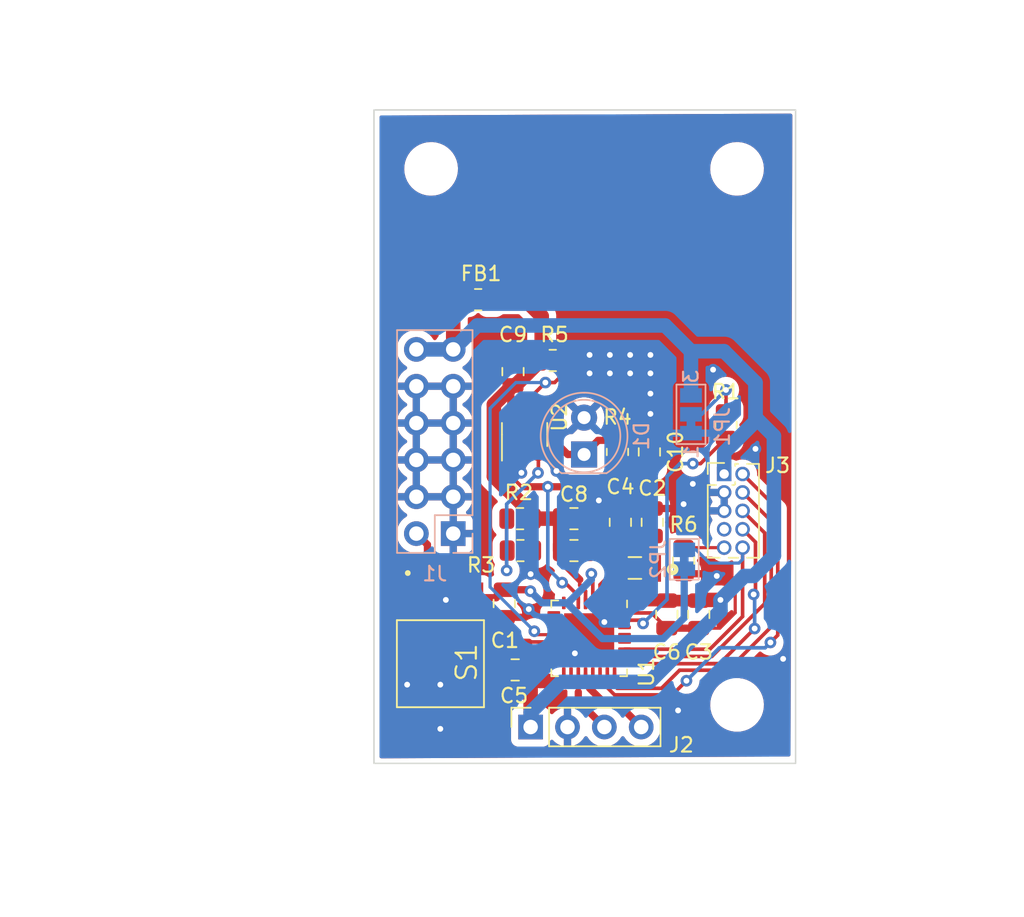
<source format=kicad_pcb>
(kicad_pcb (version 20221018) (generator pcbnew)
  (layers (0 "F.Cu" signal) (31 "B.Cu" signal) (34 "B.Paste" user) (35 "F.Paste" user) (36 "B.SilkS" user "B.Silkscreen") (37 "F.SilkS" user "F.Silkscreen") (38 "B.Mask" user) (39 "F.Mask" user) (44 "Edge.Cuts" user))
  (net 0 "")
  (net 1 "NRST")
  (net 2 "GND")
  (net 3 "Net-(U1-PC14)")
  (net 4 "+3.3V")
  (net 5 "Net-(U1-PC15)")
  (net 6 "VDDA")
  (net 7 "Net-(D1-K)")
  (net 9 "Net-(J3-GNDDetect)")
  (net 10 "Net-(U2-IN+)")
  (net 11 "/ADC1_IN5")
  (net 12 "/USART1_RX")
  (net 13 "/USART1_TX")
  (net 14 "/TMS{slash}SWDAT_PA13")
  (net 15 "/TCK{slash}SWCLK_PA14")
  (net 16 "/TDO{slash}SWO_PB3")
  (net 17 "/TDI_PA15")
  (net 18 "/TRST_PB4")
  (net 19 "Net-(JP1-C)")
  (net 20 "/BOOT_SELECT")
  (net 21 "/PA6")
  (net 22 "/PA7")
  (net 25 "/ADC1_IN6")
  (net 26 "/USART2_TX")
  (net 27 "/USART2_RX")
  (net 28 "/DAC1_OUT1")
  (net 29 "/DAC1_OUT2")
  (net 30 "/PB0")
  (net 31 "/PB1")
  (net 32 "/PA8")
  (net 33 "/CAN_RX")
  (net 34 "/CAN_TX")
  (net 35 "/PB5")
  (net 36 "/I2C1_SCL")
  (net 37 "/I2C1_SDA")
  (footprint "Capacitor_SMD:C_0805_2012Metric" (layer "F.Cu") (at 181.8 86.6)
    (fp_text reference "C8" (at 0 -1.68) (layer "F.SilkS"))
    (fp_text value "10nF")
    (fp_line (start -0.261252 -0.735) (end 0.261252 -0.735) (stroke (width 0.12)) (layer "F.SilkS"))
    (fp_line (start -0.261252 0.735) (end 0.261252 0.735) (stroke (width 0.12)) (layer "F.SilkS"))
    (pad "1" smd roundrect (at -0.95 0) (size 1 1.45) (layers "F.Cu" "F.Paste" "F.Mask") (net 6 "VDDA"))
    (pad "2" smd roundrect (at 0.95 0) (size 1 1.45) (layers "F.Cu" "F.Paste" "F.Mask") (net 2 "GND"))
  )
  (footprint "Capacitor_SMD:C_0805_2012Metric" (layer "F.Cu") (at 187 82 -90)
    (fp_text reference "C10" (at 0 -1.8 90) (layer "F.SilkS"))
    (fp_text value "0.1pF")
    (fp_line (start -0.261252 -0.735) (end 0.261252 -0.735) (stroke (width 0.12)) (layer "F.SilkS"))
    (fp_line (start -0.261252 0.735) (end 0.261252 0.735) (stroke (width 0.12)) (layer "F.SilkS"))
    (pad "1" smd roundrect (at -0.95 0 270) (size 1 1.45) (layers "F.Cu" "F.Paste" "F.Mask") (net 7 "Net-(D1-K)"))
    (pad "2" smd roundrect (at 0.95 0 270) (size 1 1.45) (layers "F.Cu" "F.Paste" "F.Mask") (net 11 "/ADC1_IN5"))
  )
  (footprint "Capacitor_SMD:C_0805_2012Metric" (layer "F.Cu") (at 188.2 93.2 -90)
    (fp_text reference "C6" (at 2.6 0) (layer "F.SilkS"))
    (fp_text value "4.7uF")
    (fp_line (start -0.261252 -0.735) (end 0.261252 -0.735) (stroke (width 0.12)) (layer "F.SilkS"))
    (fp_line (start -0.261252 0.735) (end 0.261252 0.735) (stroke (width 0.12)) (layer "F.SilkS"))
    (pad "1" smd roundrect (at -0.95 0 270) (size 1 1.45) (layers "F.Cu" "F.Paste" "F.Mask") (net 4 "+3.3V"))
    (pad "2" smd roundrect (at 0.95 0 270) (size 1 1.45) (layers "F.Cu" "F.Paste" "F.Mask") (net 2 "GND"))
  )
  (footprint "Connector_PinHeader_1.27mm:PinHeader_2x05_P1.27mm_Vertical" (layer "F.Cu") (at 192.151 83.52)
    (fp_text reference "J3" (at 3.683 -0.589 180) (layer "F.SilkS"))
    (fp_text value "Conn_ARM_JTAG_SWD_10")
    (fp_line (start -1.13 -0.76) (end 0 -0.76) (stroke (width 0.12)) (layer "F.SilkS"))
    (fp_line (start -1.13 0) (end -1.13 -0.76) (stroke (width 0.12)) (layer "F.SilkS"))
    (fp_line (start -1.13 0.76) (end -1.13 5.775) (stroke (width 0.12)) (layer "F.SilkS"))
    (fp_line (start -1.13 0.76) (end -0.563471 0.76) (stroke (width 0.12)) (layer "F.SilkS"))
    (fp_line (start -1.13 5.775) (end -0.30753 5.775) (stroke (width 0.12)) (layer "F.SilkS"))
    (fp_line (start 0.30753 5.775) (end 0.96247 5.775) (stroke (width 0.12)) (layer "F.SilkS"))
    (fp_line (start 0.563471 0.76) (end 0.706529 0.76) (stroke (width 0.12)) (layer "F.SilkS"))
    (fp_line (start 0.76 -0.695) (end 0.96247 -0.695) (stroke (width 0.12)) (layer "F.SilkS"))
    (fp_line (start 0.76 -0.563471) (end 0.76 -0.695) (stroke (width 0.12)) (layer "F.SilkS"))
    (fp_line (start 0.76 0.706529) (end 0.76 0.563471) (stroke (width 0.12)) (layer "F.SilkS"))
    (fp_line (start 1.57753 -0.695) (end 2.4 -0.695) (stroke (width 0.12)) (layer "F.SilkS"))
    (fp_line (start 1.57753 5.775) (end 2.4 5.775) (stroke (width 0.12)) (layer "F.SilkS"))
    (fp_line (start 2.4 -0.695) (end 2.4 5.775) (stroke (width 0.12)) (layer "F.SilkS"))
    (pad "1" thru_hole rect locked (at 0 0) (size 1 1) (drill 0.65) (layers "*.Cu" "*.Mask") (net 4 "+3.3V"))
    (pad "2" thru_hole oval locked (at 1.27 0) (size 1 1) (drill 0.65) (layers "*.Cu" "*.Mask") (net 14 "/TMS{slash}SWDAT_PA13"))
    (pad "3" thru_hole oval locked (at 0 1.27) (size 1 1) (drill 0.65) (layers "*.Cu" "*.Mask") (net 2 "GND"))
    (pad "4" thru_hole oval locked (at 1.27 1.27) (size 1 1) (drill 0.65) (layers "*.Cu" "*.Mask") (net 15 "/TCK{slash}SWCLK_PA14"))
    (pad "5" thru_hole oval locked (at 0 2.54) (size 1 1) (drill 0.65) (layers "*.Cu" "*.Mask") (net 2 "GND"))
    (pad "6" thru_hole oval locked (at 1.27 2.54) (size 1 1) (drill 0.65) (layers "*.Cu" "*.Mask") (net 16 "/TDO{slash}SWO_PB3"))
    (pad "7" thru_hole oval locked (at 0 3.81) (size 1 1) (drill 0.65) (layers "*.Cu" "*.Mask"))
    (pad "8" thru_hole oval locked (at 1.27 3.81) (size 1 1) (drill 0.65) (layers "*.Cu" "*.Mask") (net 17 "/TDI_PA15"))
    (pad "9" thru_hole oval locked (at 0 5.08) (size 1 1) (drill 0.65) (layers "*.Cu" "*.Mask") (net 9 "Net-(J3-GNDDetect)"))
    (pad "10" thru_hole oval locked (at 1.27 5.08) (size 1 1) (drill 0.65) (layers "*.Cu" "*.Mask") (net 18 "/TRST_PB4"))
  )
  (footprint "Capacitor_SMD:C_0805_2012Metric" (layer "F.Cu") (at 185 86.85 90)
    (fp_text reference "C4" (at 2.45 0 180) (layer "F.SilkS"))
    (fp_text value "10pF")
    (fp_line (start -0.261252 -0.735) (end 0.261252 -0.735) (stroke (width 0.12)) (layer "F.SilkS"))
    (fp_line (start -0.261252 0.735) (end 0.261252 0.735) (stroke (width 0.12)) (layer "F.SilkS"))
    (pad "1" smd roundrect (at -0.95 0 90) (size 1 1.45) (layers "F.Cu" "F.Paste" "F.Mask") (net 5 "Net-(U1-PC15)"))
    (pad "2" smd roundrect (at 0.95 0 90) (size 1 1.45) (layers "F.Cu" "F.Paste" "F.Mask") (net 2 "GND"))
  )
  (footprint "Capacitor_SMD:C_0805_2012Metric" (layer "F.Cu") (at 187.2 86.85 90)
    (fp_text reference "C2" (at 2.35 0 180) (layer "F.SilkS"))
    (fp_text value "10pF")
    (fp_line (start -0.261252 -0.735) (end 0.261252 -0.735) (stroke (width 0.12)) (layer "F.SilkS"))
    (fp_line (start -0.261252 0.735) (end 0.261252 0.735) (stroke (width 0.12)) (layer "F.SilkS"))
    (pad "1" smd roundrect (at -0.95 0 90) (size 1 1.45) (layers "F.Cu" "F.Paste" "F.Mask") (net 3 "Net-(U1-PC14)"))
    (pad "2" smd roundrect (at 0.95 0 90) (size 1 1.45) (layers "F.Cu" "F.Paste" "F.Mask") (net 2 "GND"))
  )
  (footprint "MountingHole:MountingHole_3.2mm_M3" (layer "F.Cu") (at 171.958 62.484)
    (fp_text reference "REF**" hide)
    (fp_text value "MountingHole_3.2mm_M3")
    (pad "" np_thru_hole circle locked (at 0 0) (size 3.2 3.2) (drill 3.2) (layers "*.Cu" "*.Mask"))
  )
  (footprint "Resistor_SMD:R_0805_2012Metric" (layer "F.Cu") (at 178.0875 86.6 180)
    (fp_text reference "R2" (at 0.0875 1.8) (layer "F.SilkS"))
    (fp_text value "1M")
    (fp_line (start -0.227064 -0.735) (end 0.227064 -0.735) (stroke (width 0.12)) (layer "F.SilkS"))
    (fp_line (start -0.227064 0.735) (end 0.227064 0.735) (stroke (width 0.12)) (layer "F.SilkS"))
    (pad "1" smd roundrect (at -0.9125 0 180) (size 1.025 1.4) (layers "F.Cu" "F.Paste" "F.Mask") (roundrect_rratio 0.243902) (net 6 "VDDA"))
    (pad "2" smd roundrect (at 0.9125 0 180) (size 1.025 1.4) (layers "F.Cu" "F.Paste" "F.Mask") (roundrect_rratio 0.243902) (net 10 "Net-(U2-IN+)"))
  )
  (footprint "Connector_PinSocket_2.54mm:PinSocket_1x04_P2.54mm_Vertical" (layer "F.Cu") (at 178.816 100.965 90)
    (fp_text reference "J2" (at -1.235 10.384 180) (layer "F.SilkS"))
    (fp_text value "Conn_01x04_Socket")
    (fp_line (start -1.33 1.27) (end -1.33 8.95) (stroke (width 0.12)) (layer "F.SilkS"))
    (fp_line (start -1.33 1.27) (end 1.33 1.27) (stroke (width 0.12)) (layer "F.SilkS"))
    (fp_line (start -1.33 8.95) (end 1.33 8.95) (stroke (width 0.12)) (layer "F.SilkS"))
    (fp_line (start 0 -1.33) (end 1.33 -1.33) (stroke (width 0.12)) (layer "F.SilkS"))
    (fp_line (start 1.33 -1.33) (end 1.33 0) (stroke (width 0.12)) (layer "F.SilkS"))
    (fp_line (start 1.33 1.27) (end 1.33 8.95) (stroke (width 0.12)) (layer "F.SilkS"))
    (pad "1" thru_hole rect (at 0 0 90) (size 1.7 1.7) (drill 1) (layers "*.Cu" "*.Mask") (net 4 "+3.3V"))
    (pad "2" thru_hole oval (at 0 2.54 90) (size 1.7 1.7) (drill 1) (layers "*.Cu" "*.Mask") (net 2 "GND"))
    (pad "3" thru_hole oval (at 0 5.08 90) (size 1.7 1.7) (drill 1) (layers "*.Cu" "*.Mask") (net 13 "/USART1_TX"))
    (pad "4" thru_hole oval (at 0 7.62 90) (size 1.7 1.7) (drill 1) (layers "*.Cu" "*.Mask") (net 12 "/USART1_RX"))
  )
  (footprint "Capacitor_SMD:C_0805_2012Metric" (layer "F.Cu") (at 177 92.45 -90)
    (fp_text reference "C1" (at 2.546 -0.038 -180) (layer "F.SilkS"))
    (fp_text value "100nF")
    (fp_line (start -0.261252 -0.735) (end 0.261252 -0.735) (stroke (width 0.12)) (layer "F.SilkS"))
    (fp_line (start -0.261252 0.735) (end 0.261252 0.735) (stroke (width 0.12)) (layer "F.SilkS"))
    (pad "1" smd roundrect (at -0.95 0 270) (size 1 1.45) (layers "F.Cu" "F.Paste" "F.Mask") (net 1 "NRST"))
    (pad "2" smd roundrect (at 0.95 0 270) (size 1 1.45) (layers "F.Cu" "F.Paste" "F.Mask") (net 2 "GND"))
  )
  (footprint "MountingHole:MountingHole_3.2mm_M3" (layer "F.Cu") (at 193.04 99.441)
    (fp_text reference "REF**" hide)
    (fp_text value "MountingHole_3.2mm_M3")
    (pad "" np_thru_hole circle locked (at 0 0) (size 3.2 3.2) (drill 3.2) (layers "F&B.Cu" "*.Mask"))
  )
  (footprint "Capacitor_SMD:C_0805_2012Metric" (layer "F.Cu") (at 181.8 88.8)
    (fp_text reference "C7" hide)
    (fp_text value "1uF")
    (fp_line (start -0.261252 -0.735) (end 0.261252 -0.735) (stroke (width 0.12)) (layer "F.SilkS"))
    (fp_line (start -0.261252 0.735) (end 0.261252 0.735) (stroke (width 0.12)) (layer "F.SilkS"))
    (pad "1" smd roundrect (at -0.95 0) (size 1 1.45) (layers "F.Cu" "F.Paste" "F.Mask") (net 6 "VDDA"))
    (pad "2" smd roundrect (at 0.95 0) (size 1 1.45) (layers "F.Cu" "F.Paste" "F.Mask") (net 2 "GND"))
  )
  (footprint "Capacitor_SMD:C_0805_2012Metric" (layer "F.Cu") (at 177.6 76.4625 90)
    (fp_text reference "C9" (at 2.55 0 180) (layer "F.SilkS"))
    (fp_text value "100nF")
    (fp_line (start -0.261252 -0.735) (end 0.261252 -0.735) (stroke (width 0.12)) (layer "F.SilkS"))
    (fp_line (start -0.261252 0.735) (end 0.261252 0.735) (stroke (width 0.12)) (layer "F.SilkS"))
    (pad "1" smd roundrect (at -0.95 0 90) (size 1 1.45) (layers "F.Cu" "F.Paste" "F.Mask") (net 6 "VDDA"))
    (pad "2" smd roundrect (at 0.95 0 90) (size 1 1.45) (layers "F.Cu" "F.Paste" "F.Mask") (net 2 "GND"))
  )
  (footprint "Resistor_SMD:R_0805_2012Metric" (layer "F.Cu") (at 175.2 71.501 180)
    (fp_text reference "FB1" (at -0.2 1.8) (layer "F.SilkS"))
    (fp_text value "~")
    (fp_line (start -0.227064 -0.735) (end 0.227064 -0.735) (stroke (width 0.12)) (layer "F.SilkS"))
    (fp_line (start -0.227064 0.735) (end 0.227064 0.735) (stroke (width 0.12)) (layer "F.SilkS"))
    (pad "1" smd roundrect (at -0.9125 0 180) (size 1.025 1.4) (layers "F.Cu" "F.Paste" "F.Mask") (roundrect_rratio 0.243902) (net 6 "VDDA"))
    (pad "2" smd roundrect (at 0.9125 0 180) (size 1.025 1.4) (layers "F.Cu" "F.Paste" "F.Mask") (roundrect_rratio 0.243902) (net 4 "+3.3V"))
  )
  (footprint "crystals:ECS-.327-12.5-34R-C-TR" (layer "F.Cu") (at 186 90 180)
    (fp_text reference "Y1" hide)
    (fp_text value "ECS-.327-12.5-34R-C-TR")
    (fp_line (start -0.44 -0.75) (end 0.44 -0.75) (stroke (width 0.127)) (layer "F.SilkS"))
    (fp_line (start -0.44 0.75) (end 0.44 0.75) (stroke (width 0.127)) (layer "F.SilkS"))
    (fp_circle (center -2.6 -0.1) (end -2.5 -0.1) (stroke (width 0.3)) (fill none) (layer "F.SilkS"))
    (pad "1" smd rect (at -1.25 0) (size 1.1 1.9) (layers "F.Cu" "F.Paste" "F.Mask") (net 3 "Net-(U1-PC14)"))
    (pad "2" smd rect (at 1.25 0) (size 1.1 1.9) (layers "F.Cu" "F.Paste" "F.Mask") (net 5 "Net-(U1-PC15)"))
  )
  (footprint "Capacitor_SMD:C_0805_2012Metric" (layer "F.Cu") (at 177.75 97.028 180)
    (fp_text reference "C5" (at 0.077 -1.778) (layer "F.SilkS"))
    (fp_text value "100nF")
    (fp_line (start -0.261252 -0.735) (end 0.261252 -0.735) (stroke (width 0.12)) (layer "F.SilkS"))
    (fp_line (start -0.261252 0.735) (end 0.261252 0.735) (stroke (width 0.12)) (layer "F.SilkS"))
    (pad "1" smd roundrect (at -0.95 0 180) (size 1 1.45) (layers "F.Cu" "F.Paste" "F.Mask") (net 4 "+3.3V"))
    (pad "2" smd roundrect (at 0.95 0 180) (size 1 1.45) (layers "F.Cu" "F.Paste" "F.Mask") (net 2 "GND"))
  )
  (footprint "Resistor_SMD:R_0805_2012Metric" (layer "F.Cu") (at 180.34 75.692)
    (fp_text reference "R5" (at 0.127 -1.778 180) (layer "F.SilkS"))
    (fp_text value "100K")
    (fp_line (start -0.227064 -0.735) (end 0.227064 -0.735) (stroke (width 0.12)) (layer "F.SilkS"))
    (fp_line (start -0.227064 0.735) (end 0.227064 0.735) (stroke (width 0.12)) (layer "F.SilkS"))
    (pad "1" smd roundrect (at -0.9125 0) (size 1.025 1.4) (layers "F.Cu" "F.Paste" "F.Mask") (roundrect_rratio 0.243902) (net 6 "VDDA"))
    (pad "2" smd roundrect (at 0.9125 0) (size 1.025 1.4) (layers "F.Cu" "F.Paste" "F.Mask") (roundrect_rratio 0.243902) (net 21 "/PA6"))
  )
  (footprint "Resistor_SMD:R_0805_2012Metric" (layer "F.Cu") (at 184.8 82 -90)
    (fp_text reference "R4" (at -2.4 0 -180) (layer "F.SilkS"))
    (fp_text value "500K")
    (fp_line (start -0.227064 -0.735) (end 0.227064 -0.735) (stroke (width 0.12)) (layer "F.SilkS"))
    (fp_line (start -0.227064 0.735) (end 0.227064 0.735) (stroke (width 0.12)) (layer "F.SilkS"))
    (pad "1" smd roundrect (at -0.9125 0 270) (size 1.025 1.4) (layers "F.Cu" "F.Paste" "F.Mask") (roundrect_rratio 0.243902) (net 7 "Net-(D1-K)"))
    (pad "2" smd roundrect (at 0.9125 0 270) (size 1.025 1.4) (layers "F.Cu" "F.Paste" "F.Mask") (roundrect_rratio 0.243902) (net 11 "/ADC1_IN5"))
  )
  (footprint "Resistor_SMD:R_0805_2012Metric" (layer "F.Cu") (at 189.357 89.4875 -90)
    (fp_text reference "R6" (at -2.4875 0 -180) (layer "F.SilkS"))
    (fp_text value "10K")
    (fp_line (start -0.227064 -0.735) (end 0.227064 -0.735) (stroke (width 0.12)) (layer "F.SilkS"))
    (fp_line (start -0.227064 0.735) (end 0.227064 0.735) (stroke (width 0.12)) (layer "F.SilkS"))
    (pad "1" smd roundrect (at -0.9125 0 270) (size 1.025 1.4) (layers "F.Cu" "F.Paste" "F.Mask") (roundrect_rratio 0.243902) (net 9 "Net-(J3-GNDDetect)"))
    (pad "2" smd roundrect (at 0.9125 0 270) (size 1.025 1.4) (layers "F.Cu" "F.Paste" "F.Mask") (roundrect_rratio 0.243902) (net 2 "GND"))
  )
  (footprint "MountingHole:MountingHole_3.2mm_M3" (layer "F.Cu") (at 193.04 62.484)
    (fp_text reference "REF**" hide)
    (fp_text value "MountingHole_3.2mm_M3")
    (pad "" np_thru_hole circle locked (at 0 0) (size 3.2 3.2) (drill 3.2) (layers "F&B.Cu" "*.Mask"))
  )
  (footprint "Package_DFN_QFN:QFN-32-1EP_5x5mm_P0.5mm_EP3.45x3.45mm" (layer "F.Cu") (at 182.85 94.85 -90)
    (fp_text reference "U1" (at 2.35 -3.95 -90) (layer "F.SilkS"))
    (fp_text value "STM32L432KCU6")
    (fp_line (start -2.61 2.61) (end -2.61 2.135) (stroke (width 0.12)) (layer "F.SilkS"))
    (fp_line (start -2.135 -2.61) (end -2.61 -2.61) (stroke (width 0.12)) (layer "F.SilkS"))
    (fp_line (start -2.135 2.61) (end -2.61 2.61) (stroke (width 0.12)) (layer "F.SilkS"))
    (fp_line (start 2.135 -2.61) (end 2.61 -2.61) (stroke (width 0.12)) (layer "F.SilkS"))
    (fp_line (start 2.135 2.61) (end 2.61 2.61) (stroke (width 0.12)) (layer "F.SilkS"))
    (fp_line (start 2.61 -2.61) (end 2.61 -2.135) (stroke (width 0.12)) (layer "F.SilkS"))
    (fp_line (start 2.61 2.61) (end 2.61 2.135) (stroke (width 0.12)) (layer "F.SilkS"))
    (pad "1" smd roundrect (at -2.4375 -1.75 270) (size 0.875 0.25) (layers "F.Cu" "F.Paste" "F.Mask") (net 4 "+3.3V"))
    (pad "2" smd roundrect (at -2.4375 -1.25 270) (size 0.875 0.25) (layers "F.Cu" "F.Paste" "F.Mask") (net 3 "Net-(U1-PC14)"))
    (pad "3" smd roundrect (at -2.4375 -0.75 270) (size 0.875 0.25) (layers "F.Cu" "F.Paste" "F.Mask") (net 5 "Net-(U1-PC15)"))
    (pad "4" smd roundrect (at -2.4375 -0.25 270) (size 0.875 0.25) (layers "F.Cu" "F.Paste" "F.Mask") (net 1 "NRST"))
    (pad "5" smd roundrect (at -2.4375 0.25 270) (size 0.875 0.25) (layers "F.Cu" "F.Paste" "F.Mask") (net 6 "VDDA"))
    (pad "6" smd roundrect (at -2.4375 0.75 270) (size 0.875 0.25) (layers "F.Cu" "F.Paste" "F.Mask") (net 11 "/ADC1_IN5"))
    (pad "7" smd roundrect (at -2.4375 1.25 270) (size 0.875 0.25) (layers "F.Cu" "F.Paste" "F.Mask") (net 25 "/ADC1_IN6"))
    (pad "8" smd roundrect (at -2.4375 1.75 270) (size 0.875 0.25) (layers "F.Cu" "F.Paste" "F.Mask") (net 26 "/USART2_TX"))
    (pad "9" smd roundrect (at -1.75 2.4375 270) (size 0.25 0.875) (layers "F.Cu" "F.Paste" "F.Mask") (net 27 "/USART2_RX"))
    (pad "10" smd roundrect (at -1.25 2.4375 270) (size 0.25 0.875) (layers "F.Cu" "F.Paste" "F.Mask") (net 28 "/DAC1_OUT1"))
    (pad "11" smd roundrect (at -0.75 2.4375 270) (size 0.25 0.875) (layers "F.Cu" "F.Paste" "F.Mask") (net 29 "/DAC1_OUT2"))
    (pad "12" smd roundrect (at -0.25 2.4375 270) (size 0.25 0.875) (layers "F.Cu" "F.Paste" "F.Mask") (net 21 "/PA6"))
    (pad "13" smd roundrect (at 0.25 2.4375 270) (size 0.25 0.875) (layers "F.Cu" "F.Paste" "F.Mask") (net 22 "/PA7"))
    (pad "14" smd roundrect (at 0.75 2.4375 270) (size 0.25 0.875) (layers "F.Cu" "F.Paste" "F.Mask") (net 30 "/PB0"))
    (pad "15" smd roundrect (at 1.25 2.4375 270) (size 0.25 0.875) (layers "F.Cu" "F.Paste" "F.Mask") (net 31 "/PB1"))
    (pad "16" smd roundrect (at 1.75 2.4375 270) (size 0.25 0.875) (layers "F.Cu" "F.Paste" "F.Mask") (net 2 "GND"))
    (pad "17" smd roundrect (at 2.4375 1.75 270) (size 0.875 0.25) (layers "F.Cu" "F.Paste" "F.Mask") (net 4 "+3.3V"))
    (pad "18" smd roundrect (at 2.4375 1.25 270) (size 0.875 0.25) (layers "F.Cu" "F.Paste" "F.Mask") (net 32 "/PA8"))
    (pad "19" smd roundrect (at 2.4375 0.75 270) (size 0.875 0.25) (layers "F.Cu" "F.Paste" "F.Mask") (net 13 "/USART1_TX"))
    (pad "20" smd roundrect (at 2.4375 0.25 270) (size 0.875 0.25) (layers "F.Cu" "F.Paste" "F.Mask") (net 12 "/USART1_RX"))
    (pad "21" smd roundrect (at 2.4375 -0.25 270) (size 0.875 0.25) (layers "F.Cu" "F.Paste" "F.Mask") (net 33 "/CAN_RX"))
    (pad "22" smd roundrect (at 2.4375 -0.75 270) (size 0.875 0.25) (layers "F.Cu" "F.Paste" "F.Mask") (net 34 "/CAN_TX"))
    (pad "23" smd roundrect (at 2.4375 -1.25 270) (size 0.875 0.25) (layers "F.Cu" "F.Paste" "F.Mask") (net 14 "/TMS{slash}SWDAT_PA13"))
    (pad "24" smd roundrect (at 2.4375 -1.75 270) (size 0.875 0.25) (layers "F.Cu" "F.Paste" "F.Mask") (net 15 "/TCK{slash}SWCLK_PA14"))
    (pad "25" smd roundrect (at 1.75 -2.4375 270) (size 0.25 0.875) (layers "F.Cu" "F.Paste" "F.Mask") (net 17 "/TDI_PA15"))
    (pad "26" smd roundrect (at 1.25 -2.4375 270) (size 0.25 0.875) (layers "F.Cu" "F.Paste" "F.Mask") (net 16 "/TDO{slash}SWO_PB3"))
    (pad "27" smd roundrect (at 0.75 -2.4375 270) (size 0.25 0.875) (layers "F.Cu" "F.Paste" "F.Mask") (net 18 "/TRST_PB4"))
    (pad "28" smd roundrect (at 0.25 -2.4375 270) (size 0.25 0.875) (layers "F.Cu" "F.Paste" "F.Mask") (net 35 "/PB5"))
    (pad "29" smd roundrect (at -0.25 -2.4375 270) (size 0.25 0.875) (layers "F.Cu" "F.Paste" "F.Mask") (net 36 "/I2C1_SCL"))
    (pad "30" smd roundrect (at -0.75 -2.4375 270) (size 0.25 0.875) (layers "F.Cu" "F.Paste" "F.Mask") (net 37 "/I2C1_SDA"))
    (pad "31" smd roundrect (at -1.25 -2.4375 270) (size 0.25 0.875) (layers "F.Cu" "F.Paste" "F.Mask") (net 20 "/BOOT_SELECT"))
    (pad "32" smd roundrect (at -1.75 -2.4375 270) (size 0.25 0.875) (layers "F.Cu" "F.Paste" "F.Mask") (net 2 "GND"))
    (pad "33" smd rect (at 0 0 270) (size 3.45 3.45) (layers "F.Cu" "F.Mask") (net 2 "GND"))
  )
  (footprint "switch_tactile:TL3301AF160QG" (layer "F.Cu") (at 172.6 96.6 -90)
    (fp_text reference "S1" (at -0.0875 -1.8 90) (layer "F.SilkS") (effects (font (size 1.4 1.4))))
    (fp_text value "RESET")
    (fp_line (start -3 -3) (end -3 3) (stroke (width 0.127)) (layer "F.SilkS"))
    (fp_line (start -3 3) (end 3 3) (stroke (width 0.127)) (layer "F.SilkS"))
    (fp_line (start 3 -3) (end -3 -3) (stroke (width 0.127)) (layer "F.SilkS"))
    (fp_line (start 3 3) (end 3 -3) (stroke (width 0.127)) (layer "F.SilkS"))
    (fp_circle (center -6.25 2.25) (end -6.15 2.25) (stroke (width 0.2)) (fill none) (layer "F.SilkS"))
    (pad "1" smd rect (at -4.55 2.25 270) (size 2.1 1.4) (layers "F.Cu" "F.Paste" "F.Mask"))
    (pad "2" smd rect (at 4.55 2.25 270) (size 2.1 1.4) (layers "F.Cu" "F.Paste" "F.Mask") (net 2 "GND"))
    (pad "3" smd rect (at -4.55 -2.25 270) (size 2.1 1.4) (layers "F.Cu" "F.Paste" "F.Mask") (net 1 "NRST"))
    (pad "4" smd rect (at 4.55 -2.25 270) (size 2.1 1.4) (layers "F.Cu" "F.Paste" "F.Mask"))
  )
  (footprint "Resistor_SMD:R_0805_2012Metric" (layer "F.Cu") (at 178.1125 88.8)
    (fp_text reference "R3" (at -2.7125 1 180) (layer "F.SilkS"))
    (fp_text value "33K")
    (fp_line (start -0.227064 -0.735) (end 0.227064 -0.735) (stroke (width 0.12)) (layer "F.SilkS"))
    (fp_line (start -0.227064 0.735) (end 0.227064 0.735) (stroke (width 0.12)) (layer "F.SilkS"))
    (pad "1" smd roundrect (at -0.9125 0) (size 1.025 1.4) (layers "F.Cu" "F.Paste" "F.Mask") (roundrect_rratio 0.243902) (net 10 "Net-(U2-IN+)"))
    (pad "2" smd roundrect (at 0.9125 0) (size 1.025 1.4) (layers "F.Cu" "F.Paste" "F.Mask") (roundrect_rratio 0.243902) (net 2 "GND"))
  )
  (footprint "Capacitor_SMD:C_0805_2012Metric" (layer "F.Cu") (at 190.4 93.2 -90)
    (fp_text reference "C3" (at 2.6 0) (layer "F.SilkS"))
    (fp_text value "100nF")
    (fp_line (start -0.261252 -0.735) (end 0.261252 -0.735) (stroke (width 0.12)) (layer "F.SilkS"))
    (fp_line (start -0.261252 0.735) (end 0.261252 0.735) (stroke (width 0.12)) (layer "F.SilkS"))
    (pad "1" smd roundrect (at -0.95 0 270) (size 1 1.45) (layers "F.Cu" "F.Paste" "F.Mask") (net 4 "+3.3V"))
    (pad "2" smd roundrect (at 0.95 0 270) (size 1 1.45) (layers "F.Cu" "F.Paste" "F.Mask") (net 2 "GND"))
  )
  (footprint "Resistor_SMD:R_0805_2012Metric" (layer "F.Cu") (at 192.278 80.137 -90)
    (fp_text reference "R1" (at -2.286 0 -180) (layer "F.SilkS"))
    (fp_text value "10K")
    (fp_line (start -0.227064 -0.735) (end 0.227064 -0.735) (stroke (width 0.12)) (layer "F.SilkS"))
    (fp_line (start -0.227064 0.735) (end 0.227064 0.735) (stroke (width 0.12)) (layer "F.SilkS"))
    (pad "1" smd roundrect (at -0.9125 0 270) (size 1.025 1.4) (layers "F.Cu" "F.Paste" "F.Mask") (roundrect_rratio 0.243902) (net 19 "Net-(JP1-C)"))
    (pad "2" smd roundrect (at 0.9125 0 270) (size 1.025 1.4) (layers "F.Cu" "F.Paste" "F.Mask") (roundrect_rratio 0.243902) (net 20 "/BOOT_SELECT"))
  )
  (footprint "Package_TO_SOT_SMD:SOT-23-6" (layer "F.Cu") (at 178.4 80.8 90)
    (fp_text reference "U2" (at 1.2 2.4 90) (layer "F.SilkS"))
    (fp_text value "OPA328DBVR")
    (fp_line (start 0 -1.56) (end -1.8 -1.56) (stroke (width 0.12)) (layer "F.SilkS"))
    (fp_line (start 0 -1.56) (end 0.8 -1.56) (stroke (width 0.12)) (layer "F.SilkS"))
    (fp_line (start 0 1.56) (end -0.8 1.56) (stroke (width 0.12)) (layer "F.SilkS"))
    (fp_line (start 0 1.56) (end 0.8 1.56) (stroke (width 0.12)) (layer "F.SilkS"))
    (pad "1" smd roundrect (at -1.1375 -0.95 90) (size 1.325 0.6) (layers "F.Cu" "F.Paste" "F.Mask") (net 11 "/ADC1_IN5"))
    (pad "2" smd roundrect (at -1.1375 0 90) (size 1.325 0.6) (layers "F.Cu" "F.Paste" "F.Mask") (net 2 "GND"))
    (pad "3" smd roundrect (at -1.1375 0.95 90) (size 1.325 0.6) (layers "F.Cu" "F.Paste" "F.Mask") (net 10 "Net-(U2-IN+)"))
    (pad "4" smd roundrect (at 1.1375 0.95 90) (size 1.325 0.6) (layers "F.Cu" "F.Paste" "F.Mask") (net 7 "Net-(D1-K)"))
    (pad "5" smd roundrect (at 1.1375 0 90) (size 1.325 0.6) (layers "F.Cu" "F.Paste" "F.Mask") (net 21 "/PA6"))
    (pad "6" smd roundrect (at 1.1375 -0.95 90) (size 1.325 0.6) (layers "F.Cu" "F.Paste" "F.Mask") (net 6 "VDDA"))
  )
  (footprint "Jumper:SolderJumper-3_P1.3mm_Bridged12_Pad1.0x1.5mm_NumberLabels" (layer "B.Cu") (at 189.865 79.405 90)
    (fp_text reference "JP1" (at -0.859 2.159 270) (layer "B.SilkS") (effects (justify mirror)))
    (fp_text value "Boot_Sel")
    (fp_text user "1" (at -2.6 0 90) (layer "B.SilkS") (effects (justify mirror)))
    (fp_text user "3" (at 2.6 0 90) (layer "B.SilkS") (effects (justify mirror)))
    (fp_poly (pts (xy -0.9 0.3) (xy -0.4 0.3) (xy -0.4 -0.3) (xy -0.9 -0.3)) (fill solid) (layer "B.Cu"))
    (fp_line (start -2.05 -1) (end -2.05 1) (stroke (width 0.12)) (layer "B.SilkS"))
    (fp_line (start -2.05 1) (end 2.05 1) (stroke (width 0.12)) (layer "B.SilkS"))
    (fp_line (start 2.05 -1) (end -2.05 -1) (stroke (width 0.12)) (layer "B.SilkS"))
    (fp_line (start 2.05 1) (end 2.05 -1) (stroke (width 0.12)) (layer "B.SilkS"))
    (pad "1" smd rect (at -1.3 0 90) (size 1 1.5) (layers "B.Cu" "B.Mask") (net 2 "GND"))
    (pad "2" smd rect (at 0 0 90) (size 1 1.5) (layers "B.Cu" "B.Mask") (net 19 "Net-(JP1-C)"))
    (pad "3" smd rect (at 1.3 0 90) (size 1 1.5) (layers "B.Cu" "B.Mask") (net 4 "+3.3V"))
  )
  (footprint "Jumper:SolderJumper-2_P1.3mm_Bridged_Pad1.0x1.5mm" (layer "B.Cu") (at 189.4 89.4 -90)
    (fp_text reference "JP2" (at 0 1.8 90) (layer "B.SilkS") (effects (justify mirror)))
    (fp_text value "~")
    (fp_poly (pts (xy -0.25 0.3) (xy 0.25 0.3) (xy 0.25 -0.3) (xy -0.25 -0.3)) (fill solid) (layer "B.Cu"))
    (fp_line (start -1.4 -1) (end -1.4 1) (stroke (width 0.12)) (layer "B.SilkS"))
    (fp_line (start -1.4 1) (end 1.4 1) (stroke (width 0.12)) (layer "B.SilkS"))
    (fp_line (start 1.4 -1) (end -1.4 -1) (stroke (width 0.12)) (layer "B.SilkS"))
    (fp_line (start 1.4 1) (end 1.4 -1) (stroke (width 0.12)) (layer "B.SilkS"))
    (pad "1" smd rect (at -0.65 0 270) (size 1 1.5) (layers "B.Cu" "B.Mask") (net 18 "/TRST_PB4"))
    (pad "2" smd rect (at 0.65 0 270) (size 1 1.5) (layers "B.Cu" "B.Mask") (net 1 "NRST"))
  )
  (footprint "LED_THT:LED_D5.0mm_IRGrey" (layer "B.Cu") (at 182.499 82.174 90)
    (fp_text reference "D1" (at 1.27 3.96 90) (layer "B.SilkS") (effects (justify mirror)))
    (fp_text value "SFH213FA")
    (fp_line (start -1.29 1.545) (end -1.29 -1.545) (stroke (width 0.12)) (layer "B.SilkS"))
    (fp_arc (start -1.29 -1.54483) (mid 2.072002 -2.880433) (end 4.26 0.000462) (stroke (width 0.12)) (layer "B.SilkS"))
    (fp_arc (start 4.26 -0.000462) (mid 2.072002 2.880433) (end -1.29 1.54483) (stroke (width 0.12)) (layer "B.SilkS"))
    (fp_circle (center 1.27 0) (end 3.77 0) (stroke (width 0.12)) (fill none) (layer "B.SilkS"))
    (pad "1" thru_hole rect locked (at 0 0 90) (size 1.8 1.8) (drill 0.9) (layers "*.Cu" "*.Mask") (net 7 "Net-(D1-K)"))
    (pad "2" thru_hole circle locked (at 2.54 0 90) (size 1.8 1.8) (drill 0.9) (layers "*.Cu" "*.Mask") (net 2 "GND"))
  )
  (footprint "Connector_PinSocket_2.54mm:PinSocket_2x06_P2.54mm_Vertical" (layer "B.Cu") (at 173.482 87.63)
    (fp_text reference "J1" (at -1.27 2.77) (layer "B.SilkS") (effects (justify mirror)))
    (fp_text value "Conn_02x06_Counter_Clockwise")
    (fp_line (start -3.87 -14.03) (end 1.33 -14.03) (stroke (width 0.12)) (layer "B.SilkS"))
    (fp_line (start -3.87 1.33) (end -3.87 -14.03) (stroke (width 0.12)) (layer "B.SilkS"))
    (fp_line (start -3.87 1.33) (end -1.27 1.33) (stroke (width 0.12)) (layer "B.SilkS"))
    (fp_line (start -1.27 -1.27) (end 1.33 -1.27) (stroke (width 0.12)) (layer "B.SilkS"))
    (fp_line (start -1.27 1.33) (end -1.27 -1.27) (stroke (width 0.12)) (layer "B.SilkS"))
    (fp_line (start 0 1.33) (end 1.33 1.33) (stroke (width 0.12)) (layer "B.SilkS"))
    (fp_line (start 1.33 -1.27) (end 1.33 -14.03) (stroke (width 0.12)) (layer "B.SilkS"))
    (fp_line (start 1.33 1.33) (end 1.33 0) (stroke (width 0.12)) (layer "B.SilkS"))
    (pad "1" thru_hole rect locked (at 0 0) (size 1.7 1.7) (drill 1) (layers "*.Cu" "*.Mask") (net 2 "GND"))
    (pad "2" thru_hole oval locked (at -2.54 0) (size 1.7 1.7) (drill 1) (layers "*.Cu" "*.Mask") (net 22 "/PA7"))
    (pad "3" thru_hole oval locked (at 0 -2.54) (size 1.7 1.7) (drill 1) (layers "*.Cu" "*.Mask") (net 2 "GND"))
    (pad "4" thru_hole oval locked (at -2.54 -2.54) (size 1.7 1.7) (drill 1) (layers "*.Cu" "*.Mask") (net 2 "GND"))
    (pad "5" thru_hole oval locked (at 0 -5.08) (size 1.7 1.7) (drill 1) (layers "*.Cu" "*.Mask") (net 2 "GND"))
    (pad "6" thru_hole oval locked (at -2.54 -5.08) (size 1.7 1.7) (drill 1) (layers "*.Cu" "*.Mask") (net 2 "GND"))
    (pad "7" thru_hole oval locked (at 0 -7.62) (size 1.7 1.7) (drill 1) (layers "*.Cu" "*.Mask") (net 2 "GND"))
    (pad "8" thru_hole oval locked (at -2.54 -7.62) (size 1.7 1.7) (drill 1) (layers "*.Cu" "*.Mask") (net 2 "GND"))
    (pad "9" thru_hole oval locked (at 0 -10.16) (size 1.7 1.7) (drill 1) (layers "*.Cu" "*.Mask") (net 2 "GND"))
    (pad "10" thru_hole oval locked (at -2.54 -10.16) (size 1.7 1.7) (drill 1) (layers "*.Cu" "*.Mask") (net 2 "GND"))
    (pad "11" thru_hole oval locked (at 0 -12.7) (size 1.7 1.7) (drill 1) (layers "*.Cu" "*.Mask") (net 4 "+3.3V"))
    (pad "12" thru_hole oval locked (at -2.54 -12.7) (size 1.7 1.7) (drill 1) (layers "*.Cu" "*.Mask") (net 4 "+3.3V"))
  )
  (gr_rect (start 168.021 58.42) (end 197.073 103.473) (stroke (width 0.1)) (fill none) (layer "Edge.Cuts"))
  (segment (start 174.85 92.05) (end 176.45 92.05) (width 0.5) (layer "F.Cu") (net 1))
  (segment (start 183.1 92.4125) (end 183.1 90.5) (width 0.25) (layer "F.Cu") (net 1))
  (segment (start 177 91.5) (end 178.7 91.5) (width 0.5) (layer "F.Cu") (net 1))
  (segment (start 176.45 92.05) (end 177 91.5) (width 0.5) (layer "F.Cu") (net 1))
  (segment (start 183.1 90.5) (end 183 90.4) (width 0.25) (layer "F.Cu") (net 1))
  (segment (start 178.7 91.5) (end 178.8 91.6) (width 0.5) (layer "F.Cu") (net 1))
  (via (at 178.8 91.6) (size 0.8) (drill 0.4) (layers "F.Cu" "B.Cu") (net 1))
  (via (at 183 90.4) (size 0.8) (drill 0.4) (layers "F.Cu" "B.Cu") (net 1))
  (segment (start 187.96 94.869) (end 189.4 93.429) (width 0.5) (layer "B.Cu") (net 1))
  (segment (start 179.6 92.4) (end 181.102 92.4) (width 0.5) (layer "B.Cu") (net 1))
  (segment (start 181.4 92.4) (end 183 90.8) (width 0.5) (layer "B.Cu") (net 1))
  (segment (start 181.102 92.4) (end 181.4 92.4) (width 0.5) (layer "B.Cu") (net 1))
  (segment (start 189.4 93.429) (end 189.4 90.05) (width 0.5) (layer "B.Cu") (net 1))
  (segment (start 181.102 92.4) (end 181.3 92.4) (width 0.5) (layer "B.Cu") (net 1))
  (segment (start 183.769 94.869) (end 187.96 94.869) (width 0.5) (layer "B.Cu") (net 1))
  (segment (start 183 90.8) (end 183 90.4) (width 0.5) (layer "B.Cu") (net 1))
  (segment (start 181.3 92.4) (end 183.769 94.869) (width 0.5) (layer "B.Cu") (net 1))
  (segment (start 178.8 91.6) (end 179.6 92.4) (width 0.5) (layer "B.Cu") (net 1))
  (segment (start 191.77 90.424) (end 191.643 90.551) (width 0.22) (layer "F.Cu") (net 2))
  (segment (start 181.165 96.535) (end 182.85 94.85) (width 0.22) (layer "F.Cu") (net 2))
  (segment (start 185.2875 93.1) (end 187.15 93.1) (width 0.25) (layer "F.Cu") (net 2))
  (segment (start 191.492 90.4) (end 191.643 90.551) (width 0.25) (layer "F.Cu") (net 2))
  (segment (start 184.462 93.16) (end 183.896 93.726) (width 0.22) (layer "F.Cu") (net 2))
  (segment (start 180.415 96.6025) (end 180.820705 96.6025) (width 0.22) (layer "F.Cu") (net 2))
  (segment (start 185.2875 93.1) (end 185.2275 93.16) (width 0.22) (layer "F.Cu") (net 2))
  (segment (start 191.854 94.15) (end 192.913 93.091) (width 0.22) (layer "F.Cu") (net 2))
  (segment (start 188.2 94.15) (end 190.4 94.15) (width 0.22) (layer "F.Cu") (net 2))
  (segment (start 189.357 90.4) (end 191.492 90.4) (width 0.25) (layer "F.Cu") (net 2))
  (segment (start 180.888205 96.535) (end 181.165 96.535) (width 0.22) (layer "F.Cu") (net 2))
  (segment (start 190.4 94.15) (end 191.854 94.15) (width 0.22) (layer "F.Cu") (net 2))
  (segment (start 180.4125 96.6) (end 180.415 96.6025) (width 0.22) (layer "F.Cu") (net 2))
  (segment (start 180.820705 96.6025) (end 180.888205 96.535) (width 0.22) (layer "F.Cu") (net 2))
  (segment (start 192.913 93.091) (end 192.913 90.932) (width 0.22) (layer "F.Cu") (net 2))
  (segment (start 183.515 85.344) (end 183.515 85.835) (width 0.5) (layer "F.Cu") (net 2))
  (segment (start 192.405 90.424) (end 191.77 90.424) (width 0.22) (layer "F.Cu") (net 2))
  (segment (start 185.2275 93.16) (end 184.462 93.16) (width 0.22) (layer "F.Cu") (net 2))
  (segment (start 183.515 85.835) (end 182.75 86.6) (width 0.5) (layer "F.Cu") (net 2))
  (segment (start 192.913 90.932) (end 192.405 90.424) (width 0.22) (layer "F.Cu") (net 2))
  (segment (start 187.15 93.1) (end 188.2 94.15) (width 0.25) (layer "F.Cu") (net 2))
  (via (at 184.277 76.581) (size 0.8) (drill 0.4) (layers "F.Cu" "B.Cu") (net 2))
  (via (at 172.974 92.202) (size 0.8) (drill 0.4) (layers "F.Cu" "B.Cu") (net 2))
  (via (at 196.215 96.266) (size 0.8) (drill 0.4) (layers "F.Cu" "B.Cu") (net 2))
  (via (at 183.515 85.344) (size 0.8) (drill 0.4) (layers "F.Cu" "B.Cu") (net 2))
  (via (at 170.307 98.044) (size 0.8) (drill 0.4) (layers "F.Cu" "B.Cu") (net 2))
  (via (at 185.674 76.581) (size 0.8) (drill 0.4) (layers "F.Cu" "B.Cu") (net 2))
  (via (at 178.816 90.424) (size 0.8) (drill 0.4) (layers "F.Cu" "B.Cu") (net 2))
  (via (at 189.992 84.201) (size 0.8) (drill 0.4) (layers "F.Cu" "B.Cu") (net 2))
  (via (at 187.071 79.375) (size 0.8) (drill 0.4) (layers "F.Cu" "B.Cu") (net 2))
  (via (at 187.071 77.978) (size 0.8) (drill 0.4) (layers "F.Cu" "B.Cu") (net 2))
  (via (at 187.071 76.581) (size 0.8) (drill 0.4) (layers "F.Cu" "B.Cu") (net 2))
  (via (at 183.896 93.726) (size 0.8) (drill 0.4) (layers "F.Cu" "B.Cu") (net 2))
  (via (at 191.389 76.327) (size 0.8) (drill 0.4) (layers "F.Cu" "B.Cu") (net 2))
  (via (at 181.864 95.885) (size 0.8) (drill 0.4) (layers "F.Cu" "B.Cu") (net 2))
  (via (at 172.593 98.044) (size 0.8) (drill 0.4) (layers "F.Cu" "B.Cu") (net 2))
  (via (at 182.88 76.581) (size 0.8) (drill 0.4) (layers "F.Cu" "B.Cu") (net 2))
  (via (at 185.674 75.311) (size 0.8) (drill 0.4) (layers "F.Cu" "B.Cu") (net 2))
  (via (at 188.976 99.822) (size 0.8) (drill 0.4) (layers "F.Cu" "B.Cu") (net 2))
  (via (at 180.594 83.312) (size 0.8) (drill 0.4) (layers "F.Cu" "B.Cu") (net 2))
  (via (at 191.643 90.551) (size 0.8) (drill 0.4) (layers "F.Cu" "B.Cu") (net 2))
  (via (at 182.88 75.311) (size 0.8) (drill 0.4) (layers "F.Cu" "B.Cu") (net 2))
  (via (at 178.689 92.837) (size 0.8) (drill 0.4) (layers "F.Cu" "B.Cu") (net 2))
  (via (at 178.181 83.439) (size 0.8) (drill 0.4) (layers "F.Cu" "B.Cu") (net 2))
  (via (at 172.593 101.092) (size 0.8) (drill 0.4) (layers "F.Cu" "B.Cu") (net 2))
  (via (at 194.31 81.788) (size 0.8) (drill 0.4) (layers "F.Cu" "B.Cu") (net 2))
  (via (at 184.277 75.311) (size 0.8) (drill 0.4) (layers "F.Cu" "B.Cu") (net 2))
  (via (at 187.071 75.311) (size 0.8) (drill 0.4) (layers "F.Cu" "B.Cu") (net 2))
  (via (at 189.357 85.598) (size 0.8) (drill 0.4) (layers "F.Cu" "B.Cu") (net 2))
  (segment (start 184.325 91.275) (end 185.975 91.275) (width 0.25) (layer "F.Cu") (net 3))
  (segment (start 184.1 92.4125) (end 184.1 91.5) (width 0.25) (layer "F.Cu") (net 3))
  (segment (start 187.25 90) (end 187.25 87.85) (width 0.25) (layer "F.Cu") (net 3))
  (segment (start 185.975 91.275) (end 187.25 90) (width 0.25) (layer "F.Cu") (net 3))
  (segment (start 184.1 91.5) (end 184.325 91.275) (width 0.25) (layer "F.Cu") (net 3))
  (segment (start 187.25 87.85) (end 187.2 87.8) (width 0.25) (layer "F.Cu") (net 3))
  (segment (start 184.6 92.4125) (end 186.1875 92.4125) (width 0.3) (layer "F.Cu") (net 4))
  (segment (start 178.816 97.144) (end 178.7 97.028) (width 1) (layer "F.Cu") (net 4))
  (segment (start 178.7 97.028) (end 179.462 97.79) (width 1) (layer "F.Cu") (net 4))
  (segment (start 186.4 92.2) (end 186.45 92.25) (width 0.8) (layer "F.Cu") (net 4))
  (segment (start 190.4 92.25) (end 188.2 92.25) (width 0.8) (layer "F.Cu") (net 4))
  (segment (start 173.482 72.3065) (end 174.2875 71.501) (width 1) (layer "F.Cu") (net 4))
  (segment (start 191.897 92.202) (end 190.448 92.202) (width 1) (layer "F.Cu") (net 4))
  (segment (start 178.816 100.965) (end 178.816 97.144) (width 1) (layer "F.Cu") (net 4))
  (segment (start 179.462 97.79) (end 180.086 97.79) (width 1) (layer "F.Cu") (net 4))
  (segment (start 180.975 97.79) (end 180.086 97.79) (width 0.25) (layer "F.Cu") (net 4))
  (segment (start 181.1 97.2875) (end 181.1 97.665) (width 0.25) (layer "F.Cu") (net 4))
  (segment (start 186.1875 92.4125) (end 186.4 92.2) (width 0.3) (layer "F.Cu") (net 4))
  (segment (start 188.2 92.25) (end 186.45 92.25) (width 0.8) (layer "F.Cu") (net 4))
  (segment (start 173.482 74.93) (end 173.482 72.3065) (width 1) (layer "F.Cu") (net 4))
  (segment (start 190.448 92.202) (end 190.4 92.25) (width 1) (layer "F.Cu") (net 4))
  (segment (start 181.1 97.665) (end 180.975 97.79) (width 0.25) (layer "F.Cu") (net 4))
  (via (at 191.897 92.202) (size 0.8) (drill 0.4) (layers "F.Cu" "B.Cu") (net 4))
  (segment (start 191.897 92.964) (end 187.0075 97.8535) (width 1) (layer "B.Cu") (net 4))
  (segment (start 188.087 73.279) (end 175.133 73.279) (width 1) (layer "B.Cu") (net 4))
  (segment (start 178.816 100.965) (end 178.816 99.949) (width 1) (layer "B.Cu") (net 4))
  (segment (start 194.31 77.216) (end 194.31 79.629) (width 1) (layer "B.Cu") (net 4))
  (segment (start 189.865 75.057) (end 189.865 78.105) (width 1) (layer "B.Cu") (net 4))
  (segment (start 194.31 79.629) (end 195.58 80.899) (width 1) (layer "B.Cu") (net 4))
  (segment (start 175.133 73.279) (end 173.482 74.93) (width 1) (layer "B.Cu") (net 4))
  (segment (start 194.31 79.883) (end 192.151 82.042) (width 1) (layer "B.Cu") (net 4))
  (segment (start 192.151 82.042) (end 192.151 83.52) (width 1) (layer "B.Cu") (net 4))
  (segment (start 191.897 92.202) (end 191.897 92.964) (width 1) (layer "B.Cu") (net 4))
  (segment (start 189.865 75.057) (end 192.151 75.057) (width 1) (layer "B.Cu") (net 4))
  (segment (start 194.31 77.216) (end 194.31 79.883) (width 1) (layer "B.Cu") (net 4))
  (segment (start 192.151 75.057) (end 194.31 77.216) (width 1) (layer "B.Cu") (net 4))
  (segment (start 180.9115 97.8535) (end 187.0075 97.8535) (width 1) (layer "B.Cu") (net 4))
  (segment (start 194.183 90.551) (end 193.548 90.551) (width 1) (layer "B.Cu") (net 4))
  (segment (start 189.865 75.057) (end 188.087 73.279) (width 1) (layer "B.Cu") (net 4))
  (segment (start 193.548 90.551) (end 191.897 92.202) (width 1) (layer "B.Cu") (net 4))
  (segment (start 173.482 74.93) (end 170.942 74.93) (width 1) (layer "B.Cu") (net 4))
  (segment (start 194.183 90.551) (end 195.58 89.154) (width 1) (layer "B.Cu") (net 4))
  (segment (start 178.816 99.949) (end 180.9115 97.8535) (width 1) (layer "B.Cu") (net 4))
  (segment (start 195.58 80.899) (end 195.58 89.154) (width 1) (layer "B.Cu") (net 4))
  (segment (start 183.6 92.4125) (end 183.6 91.15) (width 0.25) (layer "F.Cu") (net 5))
  (segment (start 184.75 90) (end 184.75 88.05) (width 0.25) (layer "F.Cu") (net 5))
  (segment (start 183.6 91.15) (end 184.75 90) (width 0.25) (layer "F.Cu") (net 5))
  (segment (start 184.75 88.05) (end 185 87.8) (width 0.25) (layer "F.Cu") (net 5))
  (segment (start 179.4275 75.753503) (end 177.768503 77.4125) (width 1) (layer "F.Cu") (net 6))
  (segment (start 180.85 88.8) (end 180.85 89.452082) (width 0.5) (layer "F.Cu") (net 6))
  (segment (start 177.2 84.6) (end 177.231003 84.6) (width 1) (layer "F.Cu") (net 6))
  (segment (start 177.45 77.5625) (end 177.6 77.4125) (width 0.5) (layer "F.Cu") (net 6))
  (segment (start 180.85 86.6) (end 180.85 88.8) (width 1) (layer "F.Cu") (net 6))
  (segment (start 176.2845 83.6845) (end 177.2 84.6) (width 1) (layer "F.Cu") (net 6))
  (segment (start 179.578 75.5415) (end 179.4275 75.692) (width 1) (layer "F.Cu") (net 6))
  (segment (start 182.6 91.6) (end 182.198959 91.198959) (width 0.25) (layer "F.Cu") (net 6))
  (segment (start 179.578 72.644) (end 179.578 75.5415) (width 1) (layer "F.Cu") (net 6))
  (segment (start 179 86.6) (end 180.85 86.6) (width 1) (layer "F.Cu") (net 6))
  (segment (start 182.198959 91.198959) (end 182.198959 90.801041) (width 0.25) (layer "F.Cu") (net 6))
  (segment (start 177.6 77.4125) (end 176.65525 78.35725) (width 1) (layer "F.Cu") (net 6))
  (segment (start 177.45 79.6625) (end 177.45 77.5625) (width 0.5) (layer "F.Cu") (net 6))
  (segment (start 177.231003 84.6) (end 179 86.368997) (width 1) (layer "F.Cu") (net 6))
  (segment (start 179.4275 75.692) (end 179.4275 75.753503) (width 1) (layer "F.Cu") (net 6))
  (segment (start 179 86.368997) (end 179 86.6) (width 1) (layer "F.Cu") (net 6))
  (segment (start 176.65525 78.35725) (end 176.2845 78.728) (width 1) (layer "F.Cu") (net 6))
  (segment (start 177.768503 77.4125) (end 177.6 77.4125) (width 1) (layer "F.Cu") (net 6))
  (segment (start 180.85 89.452082) (end 182.198959 90.801041) (width 0.5) (layer "F.Cu") (net 6))
  (segment (start 176.1125 71.501) (end 178.435 71.501) (width 1) (layer "F.Cu") (net 6))
  (segment (start 178.435 71.501) (end 179.578 72.644) (width 1) (layer "F.Cu") (net 6))
  (segment (start 176.2845 78.728) (end 176.2845 83.6845) (width 1) (layer "F.Cu") (net 6))
  (segment (start 182.6 92.4125) (end 182.6 91.6) (width 0.25) (layer "F.Cu") (net 6))
  (segment (start 182.499 82.174) (end 183.473 81.2) (width 0.5) (layer "F.Cu") (net 7))
  (segment (start 179.35 80.15) (end 181.374 82.174) (width 0.5) (layer "F.Cu") (net 7))
  (segment (start 186.9625 81.0875) (end 187 81.05) (width 0.5) (layer "F.Cu") (net 7))
  (segment (start 184.6875 81.2) (end 184.8 81.0875) (width 0.5) (layer "F.Cu") (net 7))
  (segment (start 181.374 82.174) (end 182.499 82.174) (width 0.5) (layer "F.Cu") (net 7))
  (segment (start 184.8 81.0875) (end 186.9625 81.0875) (width 0.5) (layer "F.Cu") (net 7))
  (segment (start 179.35 79.6625) (end 179.35 80.15) (width 0.5) (layer "F.Cu") (net 7))
  (segment (start 183.473 81.2) (end 184.6875 81.2) (width 0.5) (layer "F.Cu") (net 7))
  (segment (start 189.357 88.575) (end 189.382 88.6) (width 0.22) (layer "F.Cu") (net 9))
  (segment (start 189.382 88.6) (end 192.151 88.6) (width 0.22) (layer "F.Cu") (net 9))
  (segment (start 179.35 81.9375) (end 179.35 83.413) (width 0.25) (layer "F.Cu") (net 10))
  (segment (start 179.35 83.413) (end 179.324 83.439) (width 0.25) (layer "F.Cu") (net 10))
  (segment (start 177.165 90.17) (end 177.165 86.61) (width 0.25) (layer "F.Cu") (net 10))
  (segment (start 177.165 86.61) (end 177.175 86.6) (width 0.25) (layer "F.Cu") (net 10))
  (via (at 179.324 83.439) (size 0.8) (drill 0.4) (layers "F.Cu" "B.Cu") (net 10))
  (via (at 177.165 90.17) (size 0.8) (drill 0.4) (layers "F.Cu" "B.Cu") (net 10))
  (segment (start 179.324 83.439) (end 177.165 85.598) (width 0.25) (layer "B.Cu") (net 10))
  (segment (start 177.165 85.598) (end 177.165 90.17) (width 0.25) (layer "B.Cu") (net 10))
  (segment (start 184.8375 82.95) (end 184.8 82.9125) (width 0.5) (layer "F.Cu") (net 11))
  (segment (start 182.1 91.926992) (end 181.185307 91.012299) (width 0.25) (layer "F.Cu") (net 11))
  (segment (start 184 83.8) (end 183.4 84.4) (width 0.5) (layer "F.Cu") (net 11))
  (segment (start 184.8 82.9125) (end 184.8 83) (width 0.5) (layer "F.Cu") (net 11))
  (segment (start 177.45 81.9375) (end 177.45 83.652271) (width 0.25) (layer "F.Cu") (net 11))
  (segment (start 183.4 84.4) (end 180 84.4) (width 0.5) (layer "F.Cu") (net 11))
  (segment (start 180 84.4) (end 178.4 84.4) (width 0.5) (layer "F.Cu") (net 11))
  (segment (start 178.197729 84.4) (end 178.4 84.4) (width 0.25) (layer "F.Cu") (net 11))
  (segment (start 184 83.8) (end 183.6 84.2) (width 0.25) (layer "F.Cu") (net 11))
  (segment (start 182.1 92.4125) (end 182.1 91.926992) (width 0.25) (layer "F.Cu") (net 11))
  (segment (start 177.45 83.652271) (end 178.197729 84.4) (width 0.25) (layer "F.Cu") (net 11))
  (segment (start 187 82.95) (end 184.8375 82.95) (width 0.5) (layer "F.Cu") (net 11))
  (segment (start 184.8 83) (end 184 83.8) (width 0.5) (layer "F.Cu") (net 11))
  (segment (start 181.185307 91.012299) (end 180.987701 91.012299) (width 0.25) (layer "F.Cu") (net 11))
  (via (at 180.987701 91.012299) (size 0.8) (drill 0.4) (layers "F.Cu" "B.Cu") (net 11))
  (via (at 180 84.4) (size 0.8) (drill 0.4) (layers "F.Cu" "B.Cu") (net 11))
  (segment (start 180.987701 91.012299) (end 180 90.024598) (width 0.25) (layer "B.Cu") (net 11))
  (segment (start 180 90.024598) (end 180 84.4) (width 0.25) (layer "B.Cu") (net 11))
  (segment (start 182.6 97.2875) (end 182.6 98.018) (width 0.25) (layer "F.Cu") (net 12))
  (segment (start 184.912 99.441) (end 186.436 100.965) (width 0.5) (layer "F.Cu") (net 12))
  (segment (start 182.6 98.018) (end 182.88 98.298) (width 0.25) (layer "F.Cu") (net 12))
  (segment (start 184.023 99.441) (end 184.912 99.441) (width 0.5) (layer "F.Cu") (net 12))
  (segment (start 182.88 98.298) (end 184.023 99.441) (width 0.5) (layer "F.Cu") (net 12))
  (segment (start 182.1 99.169) (end 183.896 100.965) (width 0.5) (layer "F.Cu") (net 13))
  (segment (start 182.1 98.552) (end 182.1 99.169) (width 0.5) (layer "F.Cu") (net 13))
  (segment (start 182.1 97.2875) (end 182.1 98.552) (width 0.25) (layer "F.Cu") (net 13))
  (segment (start 182.1 98.552) (end 182.1 98.915) (width 0.25) (layer "F.Cu") (net 13))
  (segment (start 193.421 83.52) (end 195.845 85.944) (width 0.25) (layer "F.Cu") (net 14))
  (segment (start 195.845 85.944) (end 195.845 94.631898) (width 0.25) (layer "F.Cu") (net 14))
  (segment (start 195.845 94.631898) (end 195.339949 95.136949) (width 0.25) (layer "F.Cu") (net 14))
  (segment (start 184.598604 98.748) (end 188.5783 98.748) (width 0.25) (layer "F.Cu") (net 14))
  (segment (start 188.5783 98.748) (end 189.5518 97.7745) (width 0.25) (layer "F.Cu") (net 14))
  (segment (start 184.1 97.2875) (end 184.1 98.249396) (width 0.25) (layer "F.Cu") (net 14))
  (segment (start 184.1 98.249396) (end 184.598604 98.748) (width 0.25) (layer "F.Cu") (net 14))
  (via (at 189.5518 97.7745) (size 0.8) (drill 0.4) (layers "F.Cu" "B.Cu") (net 14))
  (via (at 195.339949 95.136949) (size 0.8) (drill 0.4) (layers "F.Cu" "B.Cu") (net 14))
  (segment (start 189.5518 97.7745) (end 191.8223 95.504) (width 0.25) (layer "B.Cu") (net 14))
  (segment (start 194.972898 95.504) (end 191.8223 95.504) (width 0.25) (layer "B.Cu") (net 14))
  (segment (start 195.339949 95.136949) (end 194.972898 95.504) (width 0.25) (layer "B.Cu") (net 14))
  (segment (start 195.395 94.057299) (end 192.402299 97.05) (width 0.25) (layer "F.Cu") (net 15))
  (segment (start 193.421 84.79) (end 195.395 86.764) (width 0.25) (layer "F.Cu") (net 15))
  (segment (start 187.833 98.298) (end 184.785 98.298) (width 0.25) (layer "F.Cu") (net 15))
  (segment (start 192.402299 97.05) (end 189.081 97.05) (width 0.25) (layer "F.Cu") (net 15))
  (segment (start 189.081 97.05) (end 187.833 98.298) (width 0.25) (layer "F.Cu") (net 15))
  (segment (start 184.6 98.113) (end 184.6 97.2875) (width 0.25) (layer "F.Cu") (net 15))
  (segment (start 184.785 98.298) (end 184.6 98.113) (width 0.25) (layer "F.Cu") (net 15))
  (segment (start 195.395 86.764) (end 195.395 94.057299) (width 0.25) (layer "F.Cu") (net 15))
  (segment (start 194.945 87.584) (end 194.945 92.457396) (width 0.25) (layer "F.Cu") (net 16))
  (segment (start 193.421 86.06) (end 194.945 87.584) (width 0.25) (layer "F.Cu") (net 16))
  (segment (start 185.2875 96.1) (end 191.302396 96.1) (width 0.25) (layer "F.Cu") (net 16))
  (segment (start 191.302396 96.1) (end 194.945 92.457396) (width 0.25) (layer "F.Cu") (net 16))
  (segment (start 185.2875 96.6) (end 190.754 96.6) (width 0.25) (layer "F.Cu") (net 17))
  (segment (start 194.31 91.694) (end 194.183 91.821) (width 0.25) (layer "F.Cu") (net 17))
  (segment (start 193.421 87.33) (end 194.31 88.219) (width 0.25) (layer "F.Cu") (net 17))
  (segment (start 190.754 96.6) (end 191.438792 96.6) (width 0.25) (layer "F.Cu") (net 17))
  (segment (start 190.754 96.6) (end 191.826994 96.6) (width 0.25) (layer "F.Cu") (net 17))
  (segment (start 191.438792 96.6) (end 191.826994 96.6) (width 0.25) (layer "F.Cu") (net 17))
  (segment (start 191.826994 96.6) (end 194.251497 94.175497) (width 0.25) (layer "F.Cu") (net 17))
  (segment (start 194.31 88.219) (end 194.31 91.694) (width 0.25) (layer "F.Cu") (net 17))
  (via (at 194.251497 94.175497) (size 0.8) (drill 0.4) (layers "F.Cu" "B.Cu") (net 17))
  (via (at 194.183 91.821) (size 0.8) (drill 0.4) (layers "F.Cu" "B.Cu") (net 17))
  (segment (start 194.251497 91.889497) (end 194.183 91.821) (width 0.25) (layer "B.Cu") (net 17))
  (segment (start 194.251497 94.175497) (end 194.251497 91.889497) (width 0.25) (layer "B.Cu") (net 17))
  (segment (start 185.2875 95.6) (end 191.166 95.6) (width 0.25) (layer "F.Cu") (net 18))
  (segment (start 191.166 95.6) (end 193.421 93.345) (width 0.25) (layer "F.Cu") (net 18))
  (segment (start 193.421 93.345) (end 193.421 88.6) (width 0.25) (layer "F.Cu") (net 18))
  (segment (start 193.421 89.408) (end 193.167 89.662) (width 0.22) (layer "B.Cu") (net 18))
  (segment (start 191.135 89.662) (end 190.223 88.75) (width 0.22) (layer "B.Cu") (net 18))
  (segment (start 190.223 88.75) (end 189.4 88.75) (width 0.22) (layer "B.Cu") (net 18))
  (segment (start 193.167 89.662) (end 191.135 89.662) (width 0.22) (layer "B.Cu") (net 18))
  (segment (start 193.421 88.6) (end 193.421 89.408) (width 0.22) (layer "B.Cu") (net 18))
  (segment (start 192.278 79.2245) (end 192.278 77.724) (width 0.25) (layer "F.Cu") (net 19))
  (via (at 192.278 77.724) (size 0.8) (drill 0.4) (layers "F.Cu" "B.Cu") (net 19))
  (segment (start 190.597 79.405) (end 189.865 79.405) (width 0.25) (layer "B.Cu") (net 19))
  (segment (start 192.278 77.724) (end 190.597 79.405) (width 0.25) (layer "B.Cu") (net 19))
  (segment (start 190.5235 82.804) (end 192.278 81.0495) (width 0.25) (layer "F.Cu") (net 20))
  (segment (start 185.2875 93.6) (end 186.3385 93.6) (width 0.25) (layer "F.Cu") (net 20))
  (segment (start 189.992 82.804) (end 190.5235 82.804) (width 0.25) (layer "F.Cu") (net 20))
  (segment (start 186.3385 93.6) (end 186.563 93.8245) (width 0.25) (layer "F.Cu") (net 20))
  (via (at 189.992 82.804) (size 0.8) (drill 0.4) (layers "F.Cu" "B.Cu") (net 20))
  (via (at 186.563 93.8245) (size 0.8) (drill 0.4) (layers "F.Cu" "B.Cu") (net 20))
  (segment (start 188.214 92.1735) (end 188.214 83.693) (width 0.25) (layer "B.Cu") (net 20))
  (segment (start 189.103 82.804) (end 189.992 82.804) (width 0.25) (layer "B.Cu") (net 20))
  (segment (start 186.563 93.8245) (end 188.214 92.1735) (width 0.25) (layer "B.Cu") (net 20))
  (segment (start 188.214 83.693) (end 189.103 82.804) (width 0.25) (layer "B.Cu") (net 20))
  (segment (start 179.832 77.216) (end 180.467 77.216) (width 0.25) (layer "F.Cu") (net 21))
  (segment (start 180.467 77.216) (end 181.2525 76.4305) (width 0.25) (layer "F.Cu") (net 21))
  (segment (start 179.309 94.6) (end 179.07 94.361) (width 0.22) (layer "F.Cu") (net 21))
  (segment (start 180.4125 94.6) (end 179.309 94.6) (width 0.22) (layer "F.Cu") (net 21))
  (segment (start 178.4 78.648) (end 179.832 77.216) (width 0.25) (layer "F.Cu") (net 21))
  (segment (start 178.4 79.6625) (end 178.4 78.648) (width 0.25) (layer "F.Cu") (net 21))
  (segment (start 181.2525 76.4305) (end 181.2525 75.692) (width 0.25) (layer "F.Cu") (net 21))
  (via (at 179.07 94.361) (size 0.8) (drill 0.4) (layers "F.Cu" "B.Cu") (net 21))
  (via (at 179.832 77.216) (size 0.8) (drill 0.4) (layers "F.Cu" "B.Cu") (net 21))
  (segment (start 177.8 77.216) (end 179.832 77.216) (width 0.22) (layer "B.Cu") (net 21))
  (segment (start 176.022 90.297) (end 176.022 78.994) (width 0.22) (layer "B.Cu") (net 21))
  (segment (start 176.022 91.313) (end 176.022 90.297) (width 0.22) (layer "B.Cu") (net 21))
  (segment (start 176.022 78.994) (end 177.8 77.216) (width 0.22) (layer "B.Cu") (net 21))
  (segment (start 179.07 94.361) (end 176.022 91.313) (width 0.22) (layer "B.Cu") (net 21))
  (segment (start 178.712 95.1) (end 178.689 95.123) (width 0.25) (layer "F.Cu") (net 22))
  (segment (start 171.704 88.392) (end 170.942 87.63) (width 0.5) (layer "F.Cu") (net 22))
  (segment (start 171.704 93.726) (end 173.101 95.123) (width 0.5) (layer "F.Cu") (net 22))
  (segment (start 180.4125 95.1) (end 178.712 95.1) (width 0.25) (layer "F.Cu") (net 22))
  (segment (start 171.704 93.726) (end 171.704 88.392) (width 0.5) (layer "F.Cu") (net 22))
  (segment (start 173.101 95.123) (end 178.689 95.123) (width 0.5) (layer "F.Cu") (net 22))
  (zone (net 2) (net_name "GND") (layers "F&B.Cu") (connect_pads (clearance 0.5)) (min_thickness 0.25) (fill yes (thermal_gap 0.5) (thermal_bridge_width 0.5))
    (polygon (pts (xy 168.402 58.801) (xy 196.85 58.674) (xy 196.723 102.997) (xy 168.402 103.124)))
  )
)
</source>
